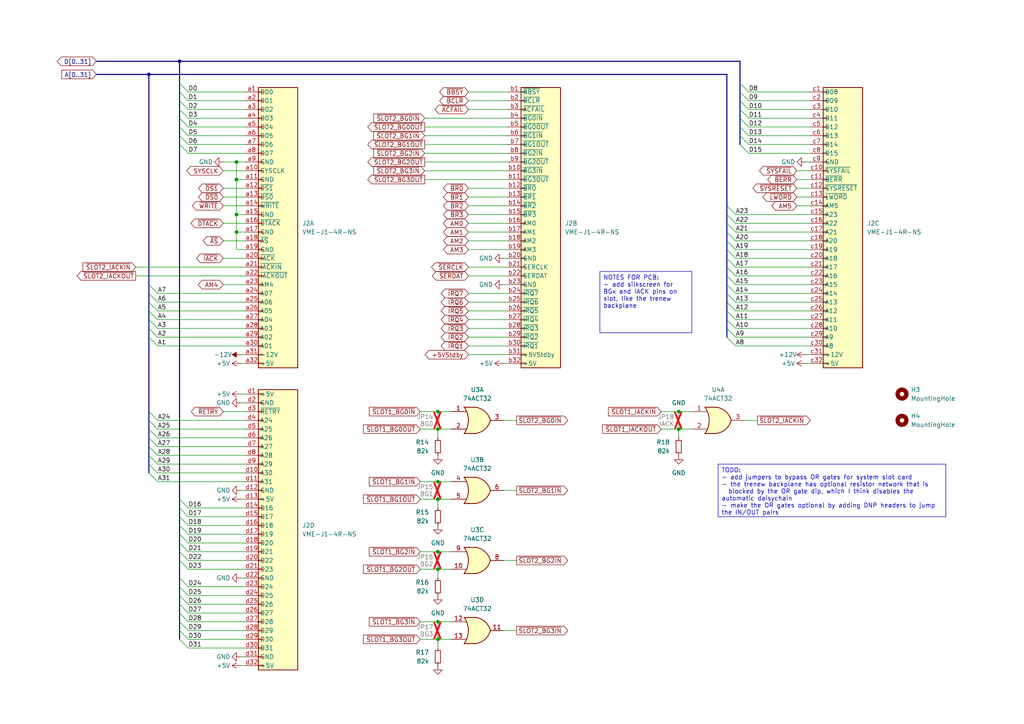
<source format=kicad_sch>
(kicad_sch (version 20231120) (generator "eeschema") (generator_version "8.0")
  (paper "A4")
  (title_block (title "6-Slot Backplane") (rev "1"))
  (lib_symbols
    (symbol "74xx:74LS32" (pin_names (offset 1.016))
      (property "Reference" "U" (at 0 1.27 0))
      (property "Value" "74LS32" (at 0 -1.27 0))
      (symbol "74LS32_1_1"
        (pin input line (at -7.62 2.54 0) (length 4.318) (name "~") (number "1"))
        (pin input line (at -7.62 -2.54 0) (length 4.318) (name "~") (number "2"))
        (pin output line (at 7.62 0 180) (length 3.81) (name "~") (number "3"))
      )
      (symbol "74LS32_1_2"
        (pin input inverted (at -7.62 2.54 0) (length 3.81) (name "~") (number "1"))
        (pin input inverted (at -7.62 -2.54 0) (length 3.81) (name "~") (number "2"))
        (pin output inverted (at 7.62 0 180) (length 3.81) (name "~") (number "3"))
      )
      (symbol "74LS32_2_1"
        (pin input line (at -7.62 2.54 0) (length 4.318) (name "~") (number "4"))
        (pin input line (at -7.62 -2.54 0) (length 4.318) (name "~") (number "5"))
        (pin output line (at 7.62 0 180) (length 3.81) (name "~") (number "6"))
      )
      (symbol "74LS32_2_2"
        (pin input inverted (at -7.62 2.54 0) (length 3.81) (name "~") (number "4"))
        (pin input inverted (at -7.62 -2.54 0) (length 3.81) (name "~") (number "5"))
        (pin output inverted (at 7.62 0 180) (length 3.81) (name "~") (number "6"))
      )
      (symbol "74LS32_3_1"
        (pin input line (at -7.62 -2.54 0) (length 4.318) (name "~") (number "10"))
        (pin output line (at 7.62 0 180) (length 3.81) (name "~") (number "8"))
        (pin input line (at -7.62 2.54 0) (length 4.318) (name "~") (number "9"))
      )
      (symbol "74LS32_3_2"
        (pin input inverted (at -7.62 -2.54 0) (length 3.81) (name "~") (number "10"))
        (pin output inverted (at 7.62 0 180) (length 3.81) (name "~") (number "8"))
        (pin input inverted (at -7.62 2.54 0) (length 3.81) (name "~") (number "9"))
      )
      (symbol "74LS32_4_1"
        (pin output line (at 7.62 0 180) (length 3.81) (name "~") (number "11"))
        (pin input line (at -7.62 2.54 0) (length 4.318) (name "~") (number "12"))
        (pin input line (at -7.62 -2.54 0) (length 4.318) (name "~") (number "13"))
      )
      (symbol "74LS32_4_2"
        (pin output inverted (at 7.62 0 180) (length 3.81) (name "~") (number "11"))
        (pin input inverted (at -7.62 2.54 0) (length 3.81) (name "~") (number "12"))
        (pin input inverted (at -7.62 -2.54 0) (length 3.81) (name "~") (number "13"))
      )
      (symbol "74LS32_5_0"
        (pin power_in line (at 0 12.7 270) (length 5.08) (name "VCC") (number "14"))
        (pin power_in line (at 0 -12.7 90) (length 5.08) (name "GND") (number "7"))
      )
    )
    (symbol "Computie_Connectors:VME64-J1-4R-NS"
      (property "Reference" "U" (at 0 40.64 0))
      (property "Value" "VME-J1-4R-NS" (at 0 40.64 0))
      (symbol "VME64-J1-4R-NS_1_1"
        (pin bidirectional line (at -5.08 38.1 0) (length 3.81) (name "D00") (number "a1"))
        (pin input line (at -5.08 15.24 0) (length 3.81) (name "SYSCLK") (number "a10"))
        (pin power_in line (at -5.08 12.7 0) (length 3.81) (name "GND") (number "a11"))
        (pin bidirectional line (at -5.08 10.16 0) (length 3.81) (name "~{DS1}") (number "a12"))
        (pin bidirectional line (at -5.08 7.62 0) (length 3.81) (name "~{DS0}") (number "a13"))
        (pin bidirectional line (at -5.08 5.08 0) (length 3.81) (name "~{WRITE}") (number "a14"))
        (pin power_in line (at -5.08 2.54 0) (length 3.81) (name "GND") (number "a15"))
        (pin bidirectional line (at -5.08 0 0) (length 3.81) (name "~{DTACK}") (number "a16"))
        (pin power_in line (at -5.08 -2.54 0) (length 3.81) (name "GND") (number "a17"))
        (pin bidirectional line (at -5.08 -5.08 0) (length 3.81) (name "~{AS}") (number "a18"))
        (pin power_in line (at -5.08 -7.62 0) (length 3.81) (name "GND") (number "a19"))
        (pin bidirectional line (at -5.08 35.56 0) (length 3.81) (name "D01") (number "a2"))
        (pin bidirectional line (at -5.08 -10.16 0) (length 3.81) (name "~{IACK}") (number "a20"))
        (pin output line (at -5.08 -12.7 0) (length 3.81) (name "~{IACKIN}") (number "a21"))
        (pin input line (at -5.08 -15.24 0) (length 3.81) (name "~{IACKOUT}") (number "a22"))
        (pin bidirectional line (at -5.08 -17.78 0) (length 3.81) (name "AM4") (number "a23"))
        (pin bidirectional line (at -5.08 -20.32 0) (length 3.81) (name "A07") (number "a24"))
        (pin bidirectional line (at -5.08 -22.86 0) (length 3.81) (name "A06") (number "a25"))
        (pin bidirectional line (at -5.08 -25.4 0) (length 3.81) (name "A05") (number "a26"))
        (pin bidirectional line (at -5.08 -27.94 0) (length 3.81) (name "A04") (number "a27"))
        (pin bidirectional line (at -5.08 -30.48 0) (length 3.81) (name "A03") (number "a28"))
        (pin bidirectional line (at -5.08 -33.02 0) (length 3.81) (name "A02") (number "a29"))
        (pin bidirectional line (at -5.08 33.02 0) (length 3.81) (name "D02") (number "a3"))
        (pin bidirectional line (at -5.08 -35.56 0) (length 3.81) (name "A01") (number "a30"))
        (pin power_in line (at -5.08 -38.1 0) (length 3.81) (name "-12V") (number "a31"))
        (pin power_in line (at -5.08 -40.64 0) (length 3.81) (name "+5V") (number "a32"))
        (pin bidirectional line (at -5.08 30.48 0) (length 3.81) (name "D03") (number "a4"))
        (pin bidirectional line (at -5.08 27.94 0) (length 3.81) (name "D04") (number "a5"))
        (pin bidirectional line (at -5.08 25.4 0) (length 3.81) (name "D05") (number "a6"))
        (pin bidirectional line (at -5.08 22.86 0) (length 3.81) (name "D06") (number "a7"))
        (pin bidirectional line (at -5.08 20.32 0) (length 3.81) (name "D07") (number "a8"))
        (pin power_in line (at -5.08 17.78 0) (length 3.81) (name "GND") (number "a9"))
      )
      (symbol "VME64-J1-4R-NS_2_1"
        (pin bidirectional line (at -5.08 38.1 0) (length 3.81) (name "~{BBSY}") (number "b1"))
        (pin output line (at -5.08 15.24 0) (length 3.81) (name "~{BG3IN}") (number "b10"))
        (pin input line (at -5.08 12.7 0) (length 3.81) (name "~{BG3OUT}") (number "b11"))
        (pin bidirectional line (at -5.08 10.16 0) (length 3.81) (name "~{BR0}") (number "b12"))
        (pin bidirectional line (at -5.08 7.62 0) (length 3.81) (name "~{BR1}") (number "b13"))
        (pin bidirectional line (at -5.08 5.08 0) (length 3.81) (name "~{BR2}") (number "b14"))
        (pin bidirectional line (at -5.08 2.54 0) (length 3.81) (name "~{BR3}") (number "b15"))
        (pin bidirectional line (at -5.08 0 0) (length 3.81) (name "AM0") (number "b16"))
        (pin bidirectional line (at -5.08 -2.54 0) (length 3.81) (name "AM1") (number "b17"))
        (pin bidirectional line (at -5.08 -5.08 0) (length 3.81) (name "AM2") (number "b18"))
        (pin bidirectional line (at -5.08 -7.62 0) (length 3.81) (name "AM3") (number "b19"))
        (pin bidirectional line (at -5.08 35.56 0) (length 3.81) (name "~{BCLR}") (number "b2"))
        (pin power_in line (at -5.08 -10.16 0) (length 3.81) (name "GND") (number "b20"))
        (pin bidirectional line (at -5.08 -12.7 0) (length 3.81) (name "SERCLK") (number "b21"))
        (pin bidirectional line (at -5.08 -15.24 0) (length 3.81) (name "SERDAT") (number "b22"))
        (pin power_in line (at -5.08 -17.78 0) (length 3.81) (name "GND") (number "b23"))
        (pin bidirectional line (at -5.08 -20.32 0) (length 3.81) (name "~{IRQ7}") (number "b24"))
        (pin bidirectional line (at -5.08 -22.86 0) (length 3.81) (name "~{IRQ6}") (number "b25"))
        (pin bidirectional line (at -5.08 -25.4 0) (length 3.81) (name "~{IRQ5}") (number "b26"))
        (pin bidirectional line (at -5.08 -27.94 0) (length 3.81) (name "~{IRQ4}") (number "b27"))
        (pin bidirectional line (at -5.08 -30.48 0) (length 3.81) (name "~{IRQ3}") (number "b28"))
        (pin bidirectional line (at -5.08 -33.02 0) (length 3.81) (name "~{IRQ2}") (number "b29"))
        (pin input line (at -5.08 33.02 0) (length 3.81) (name "~{ACFAIL}") (number "b3"))
        (pin bidirectional line (at -5.08 -35.56 0) (length 3.81) (name "~{IRQ1}") (number "b30"))
        (pin power_in line (at -5.08 -38.1 0) (length 3.81) (name "+5VStdby") (number "b31"))
        (pin power_in line (at -5.08 -40.64 0) (length 3.81) (name "+5V") (number "b32"))
        (pin output line (at -5.08 30.48 0) (length 3.81) (name "~{BG0IN}") (number "b4"))
        (pin input line (at -5.08 27.94 0) (length 3.81) (name "~{BG0OUT}") (number "b5"))
        (pin output line (at -5.08 25.4 0) (length 3.81) (name "~{BG1IN}") (number "b6"))
        (pin input line (at -5.08 22.86 0) (length 3.81) (name "~{BG1OUT}") (number "b7"))
        (pin output line (at -5.08 20.32 0) (length 3.81) (name "~{BG2IN}") (number "b8"))
        (pin input line (at -5.08 17.78 0) (length 3.81) (name "~{BG2OUT}") (number "b9"))
      )
      (symbol "VME64-J1-4R-NS_3_1"
        (pin bidirectional line (at -5.08 38.1 0) (length 3.81) (name "D08") (number "c1"))
        (pin bidirectional line (at -5.08 15.24 0) (length 3.81) (name "~{SYSFAIL}") (number "c10"))
        (pin bidirectional line (at -5.08 12.7 0) (length 3.81) (name "~{BERR}") (number "c11"))
        (pin bidirectional line (at -5.08 10.16 0) (length 3.81) (name "~{SYSRESET}") (number "c12"))
        (pin bidirectional line (at -5.08 7.62 0) (length 3.81) (name "~{LWORD}") (number "c13"))
        (pin bidirectional line (at -5.08 5.08 0) (length 3.81) (name "AM5") (number "c14"))
        (pin bidirectional line (at -5.08 2.54 0) (length 3.81) (name "A23") (number "c15"))
        (pin bidirectional line (at -5.08 0 0) (length 3.81) (name "A22") (number "c16"))
        (pin bidirectional line (at -5.08 -2.54 0) (length 3.81) (name "A21") (number "c17"))
        (pin bidirectional line (at -5.08 -5.08 0) (length 3.81) (name "A20") (number "c18"))
        (pin bidirectional line (at -5.08 -7.62 0) (length 3.81) (name "A19") (number "c19"))
        (pin bidirectional line (at -5.08 35.56 0) (length 3.81) (name "D09") (number "c2"))
        (pin bidirectional line (at -5.08 -10.16 0) (length 3.81) (name "A18") (number "c20"))
        (pin bidirectional line (at -5.08 -12.7 0) (length 3.81) (name "A17") (number "c21"))
        (pin bidirectional line (at -5.08 -15.24 0) (length 3.81) (name "A16") (number "c22"))
        (pin bidirectional line (at -5.08 -17.78 0) (length 3.81) (name "A15") (number "c23"))
        (pin bidirectional line (at -5.08 -20.32 0) (length 3.81) (name "A14") (number "c24"))
        (pin bidirectional line (at -5.08 -22.86 0) (length 3.81) (name "A13") (number "c25"))
        (pin bidirectional line (at -5.08 -25.4 0) (length 3.81) (name "A12") (number "c26"))
        (pin bidirectional line (at -5.08 -27.94 0) (length 3.81) (name "A11") (number "c27"))
        (pin bidirectional line (at -5.08 -30.48 0) (length 3.81) (name "A10") (number "c28"))
        (pin bidirectional line (at -5.08 -33.02 0) (length 3.81) (name "A9") (number "c29"))
        (pin bidirectional line (at -5.08 33.02 0) (length 3.81) (name "D10") (number "c3"))
        (pin bidirectional line (at -5.08 -35.56 0) (length 3.81) (name "A8") (number "c30"))
        (pin power_in line (at -5.08 -38.1 0) (length 3.81) (name "+12V") (number "c31"))
        (pin power_in line (at -5.08 -40.64 0) (length 3.81) (name "+5V") (number "c32"))
        (pin bidirectional line (at -5.08 30.48 0) (length 3.81) (name "D11") (number "c4"))
        (pin bidirectional line (at -5.08 27.94 0) (length 3.81) (name "D12") (number "c5"))
        (pin bidirectional line (at -5.08 25.4 0) (length 3.81) (name "D13") (number "c6"))
        (pin bidirectional line (at -5.08 22.86 0) (length 3.81) (name "D14") (number "c7"))
        (pin bidirectional line (at -5.08 20.32 0) (length 3.81) (name "D15") (number "c8"))
        (pin power_in line (at -5.08 17.78 0) (length 3.81) (name "GND") (number "c9"))
      )
      (symbol "VME64-J1-4R-NS_4_1"
        (pin power_in line (at -5.08 38.1 0) (length 3.81) (name "+5V") (number "d1"))
        (pin bidirectional line (at -5.08 15.24 0) (length 3.81) (name "A30") (number "d10"))
        (pin bidirectional line (at -5.08 12.7 0) (length 3.81) (name "A31") (number "d11"))
        (pin power_in line (at -5.08 10.16 0) (length 3.81) (name "GND") (number "d12"))
        (pin power_in line (at -5.08 7.62 0) (length 3.81) (name "+5V") (number "d13"))
        (pin bidirectional line (at -5.08 5.08 0) (length 3.81) (name "D16") (number "d14"))
        (pin bidirectional line (at -5.08 2.54 0) (length 3.81) (name "D17") (number "d15"))
        (pin bidirectional line (at -5.08 0 0) (length 3.81) (name "D18") (number "d16"))
        (pin bidirectional line (at -5.08 -2.54 0) (length 3.81) (name "D19") (number "d17"))
        (pin bidirectional line (at -5.08 -5.08 0) (length 3.81) (name "D20") (number "d18"))
        (pin bidirectional line (at -5.08 -7.62 0) (length 3.81) (name "D21") (number "d19"))
        (pin power_in line (at -5.08 35.56 0) (length 3.81) (name "GND") (number "d2"))
        (pin bidirectional line (at -5.08 -10.16 0) (length 3.81) (name "D22") (number "d20"))
        (pin bidirectional line (at -5.08 -12.7 0) (length 3.81) (name "D23") (number "d21"))
        (pin power_in line (at -5.08 -15.24 0) (length 3.81) (name "GND") (number "d22"))
        (pin bidirectional line (at -5.08 -17.78 0) (length 3.81) (name "D24") (number "d23"))
        (pin bidirectional line (at -5.08 -20.32 0) (length 3.81) (name "D25") (number "d24"))
        (pin bidirectional line (at -5.08 -22.86 0) (length 3.81) (name "D26") (number "d25"))
        (pin bidirectional line (at -5.08 -25.4 0) (length 3.81) (name "D27") (number "d26"))
        (pin bidirectional line (at -5.08 -27.94 0) (length 3.81) (name "D28") (number "d27"))
        (pin bidirectional line (at -5.08 -30.48 0) (length 3.81) (name "D29") (number "d28"))
        (pin bidirectional line (at -5.08 -33.02 0) (length 3.81) (name "D30") (number "d29"))
        (pin bidirectional line (at -5.08 33.02 0) (length 3.81) (name "~{RETRY}") (number "d3"))
        (pin bidirectional line (at -5.08 -35.56 0) (length 3.81) (name "D31") (number "d30"))
        (pin power_in line (at -5.08 -38.1 0) (length 3.81) (name "GND") (number "d31"))
        (pin power_in line (at -5.08 -40.64 0) (length 3.81) (name "+5V") (number "d32"))
        (pin bidirectional line (at -5.08 30.48 0) (length 3.81) (name "A24") (number "d4"))
        (pin bidirectional line (at -5.08 27.94 0) (length 3.81) (name "A25") (number "d5"))
        (pin bidirectional line (at -5.08 25.4 0) (length 3.81) (name "A26") (number "d6"))
        (pin bidirectional line (at -5.08 22.86 0) (length 3.81) (name "A27") (number "d7"))
        (pin bidirectional line (at -5.08 20.32 0) (length 3.81) (name "A28") (number "d8"))
        (pin bidirectional line (at -5.08 17.78 0) (length 3.81) (name "A29") (number "d9"))
      )
    )
    (symbol "Device:R_Small" (pin_numbers hide) (pin_names (offset 0.254) hide)
      (property "Reference" "R" (at 0.762 0.508 0))
      (property "Value" "R_Small" (at 0.762 -1.016 0))
      (symbol "R_Small_1_1"
        (pin passive line (at 0 2.54 270) (length 0.762) (name "~") (number "1"))
        (pin passive line (at 0 -2.54 90) (length 0.762) (name "~") (number "2"))
      )
    )
    (symbol "Jumper:Jumper_2_Small_Bridged" (pin_numbers hide) (pin_names (offset 0) hide) (exclude_from_sim yes)
      (property "Reference" "JP" (at 0 2.032 0))
      (property "Value" "Jumper_2_Small_Bridged" (at 0 -2.286 0))
      (symbol "Jumper_2_Small_Bridged_1_1"
        (pin passive line (at -2.54 0 0) (length 1.27) (name "A") (number "1"))
        (pin passive line (at 2.54 0 180) (length 1.27) (name "B") (number "2"))
      )
    )
    (symbol "Mechanical:MountingHole" (pin_names (offset 1.016))
      (property "Reference" "H" (at 0 5.08 0))
      (property "Value" "MountingHole" (at 0 3.175 0))
    )
    (symbol "power:+12V" (power) (pin_numbers hide) (pin_names (offset 0) hide)
      (property "Value" "+12V" (at 0 3.556 0))
      (symbol "+12V_1_1"
        (pin power_in line (at 0 0 90) (length 0) (name "~") (number "1"))
      )
    )
    (symbol "power:+5V" (power) (pin_numbers hide) (pin_names (offset 0) hide)
      (property "Value" "+5V" (at 0 3.556 0))
      (symbol "+5V_1_1"
        (pin power_in line (at 0 0 90) (length 0) (name "~") (number "1"))
      )
    )
    (symbol "power:-12V" (power) (pin_numbers hide) (pin_names (offset 0) hide)
      (property "Value" "-12V" (at 0 3.556 0))
      (symbol "-12V_0_0"
        (pin power_in line (at 0 0 90) (length 0) (name "~") (number "1"))
      )
    )
    (symbol "power:GND" (power) (pin_names (offset 0))
      (property "Value" "GND" (at 0 -3.81 0))
      (symbol "GND_1_1"
        (pin power_in line (at 0 0 270) (length 0) hide (name "GND") (number "1"))
      )
    )
  )
  (junction (at 127 124.46))
  (junction (at 68.58 62.23))
  (junction (at 196.85 119.38))
  (junction (at 127 139.7))
  (junction (at 127 119.38))
  (junction (at 43.18 21.59))
  (junction (at 68.58 46.99))
  (junction (at 127 180.34))
  (junction (at 127 144.78))
  (junction (at 68.58 52.07))
  (junction (at 127 185.42))
  (junction (at 68.58 67.31))
  (junction (at 196.85 124.46))
  (junction (at 127 165.1))
  (junction (at 127 160.02))
  (junction (at 52.07 17.78))
  (bus_entry (at 54.61 185.42) (size -2.54 -2.54))
  (bus_entry (at 54.61 36.83) (size -2.54 -2.54))
  (bus_entry (at 54.61 187.96) (size -2.54 -2.54))
  (bus_entry (at 213.36 95.25) (size -2.54 -2.54))
  (bus_entry (at 54.61 157.48) (size -2.54 -2.54))
  (bus_entry (at 54.61 149.86) (size -2.54 -2.54))
  (bus_entry (at 45.72 139.7) (size -2.54 -2.54))
  (bus_entry (at 45.72 132.08) (size -2.54 -2.54))
  (bus_entry (at 213.36 90.17) (size -2.54 -2.54))
  (bus_entry (at 213.36 72.39) (size -2.54 -2.54))
  (bus_entry (at 213.36 92.71) (size -2.54 -2.54))
  (bus_entry (at 45.72 137.16) (size -2.54 -2.54))
  (bus_entry (at 45.72 100.33) (size -2.54 -2.54))
  (bus_entry (at 217.17 29.21) (size -2.54 -2.54))
  (bus_entry (at 54.61 180.34) (size -2.54 -2.54))
  (bus_entry (at 54.61 147.32) (size -2.54 -2.54))
  (bus_entry (at 45.72 85.09) (size -2.54 -2.54))
  (bus_entry (at 213.36 69.85) (size -2.54 -2.54))
  (bus_entry (at 213.36 80.01) (size -2.54 -2.54))
  (bus_entry (at 213.36 74.93) (size -2.54 -2.54))
  (bus_entry (at 54.61 172.72) (size -2.54 -2.54))
  (bus_entry (at 54.61 26.67) (size -2.54 -2.54))
  (bus_entry (at 213.36 62.23) (size -2.54 -2.54))
  (bus_entry (at 54.61 41.91) (size -2.54 -2.54))
  (bus_entry (at 45.72 87.63) (size -2.54 -2.54))
  (bus_entry (at 54.61 39.37) (size -2.54 -2.54))
  (bus_entry (at 217.17 39.37) (size -2.54 -2.54))
  (bus_entry (at 45.72 97.79) (size -2.54 -2.54))
  (bus_entry (at 217.17 44.45) (size -2.54 -2.54))
  (bus_entry (at 45.72 134.62) (size -2.54 -2.54))
  (bus_entry (at 54.61 31.75) (size -2.54 -2.54))
  (bus_entry (at 213.36 82.55) (size -2.54 -2.54))
  (bus_entry (at 45.72 95.25) (size -2.54 -2.54))
  (bus_entry (at 45.72 92.71) (size -2.54 -2.54))
  (bus_entry (at 213.36 100.33) (size -2.54 -2.54))
  (bus_entry (at 217.17 31.75) (size -2.54 -2.54))
  (bus_entry (at 54.61 160.02) (size -2.54 -2.54))
  (bus_entry (at 54.61 165.1) (size -2.54 -2.54))
  (bus_entry (at 54.61 44.45) (size -2.54 -2.54))
  (bus_entry (at 54.61 154.94) (size -2.54 -2.54))
  (bus_entry (at 54.61 182.88) (size -2.54 -2.54))
  (bus_entry (at 54.61 175.26) (size -2.54 -2.54))
  (bus_entry (at 213.36 87.63) (size -2.54 -2.54))
  (bus_entry (at 217.17 36.83) (size -2.54 -2.54))
  (bus_entry (at 213.36 67.31) (size -2.54 -2.54))
  (bus_entry (at 54.61 177.8) (size -2.54 -2.54))
  (bus_entry (at 213.36 77.47) (size -2.54 -2.54))
  (bus_entry (at 54.61 34.29) (size -2.54 -2.54))
  (bus_entry (at 217.17 26.67) (size -2.54 -2.54))
  (bus_entry (at 45.72 127) (size -2.54 -2.54))
  (bus_entry (at 217.17 34.29) (size -2.54 -2.54))
  (bus_entry (at 45.72 129.54) (size -2.54 -2.54))
  (bus_entry (at 54.61 152.4) (size -2.54 -2.54))
  (bus_entry (at 217.17 41.91) (size -2.54 -2.54))
  (bus_entry (at 54.61 170.18) (size -2.54 -2.54))
  (bus_entry (at 54.61 29.21) (size -2.54 -2.54))
  (bus_entry (at 213.36 64.77) (size -2.54 -2.54))
  (bus_entry (at 213.36 85.09) (size -2.54 -2.54))
  (bus_entry (at 54.61 162.56) (size -2.54 -2.54))
  (bus_entry (at 45.72 90.17) (size -2.54 -2.54))
  (bus_entry (at 45.72 124.46) (size -2.54 -2.54))
  (bus_entry (at 213.36 97.79) (size -2.54 -2.54))
  (bus_entry (at 45.72 121.92) (size -2.54 -2.54))
  (wire (pts (xy 64.77 54.61) (xy 71.12 54.61)))
  (wire (pts (xy 123.19 34.29) (xy 147.32 34.29)))
  (bus (pts (xy 210.82 82.55) (xy 210.82 85.09)))
  (bus (pts (xy 43.18 92.71) (xy 43.18 90.17)))
  (bus (pts (xy 52.07 34.29) (xy 52.07 36.83)))
  (wire (pts (xy 127 185.42) (xy 127 187.96)))
  (wire (pts (xy 217.17 26.67) (xy 234.95 26.67)))
  (wire (pts (xy 231.14 54.61) (xy 234.95 54.61)))
  (wire (pts (xy 54.61 160.02) (xy 71.12 160.02)))
  (bus (pts (xy 210.82 59.69) (xy 210.82 62.23)))
  (wire (pts (xy 213.36 69.85) (xy 234.95 69.85)))
  (bus (pts (xy 52.07 175.26) (xy 52.07 177.8)))
  (wire (pts (xy 213.36 87.63) (xy 234.95 87.63)))
  (wire (pts (xy 135.89 69.85) (xy 147.32 69.85)))
  (bus (pts (xy 52.07 172.72) (xy 52.07 175.26)))
  (bus (pts (xy 210.82 64.77) (xy 210.82 67.31)))
  (wire (pts (xy 71.12 67.31) (xy 68.58 67.31)))
  (bus (pts (xy 214.63 34.29) (xy 214.63 36.83)))
  (wire (pts (xy 121.92 180.34) (xy 127 180.34)))
  (wire (pts (xy 45.72 139.7) (xy 71.12 139.7)))
  (bus (pts (xy 52.07 31.75) (xy 52.07 34.29)))
  (wire (pts (xy 54.61 187.96) (xy 71.12 187.96)))
  (wire (pts (xy 64.77 119.38) (xy 71.12 119.38)))
  (wire (pts (xy 213.36 77.47) (xy 234.95 77.47)))
  (bus (pts (xy 52.07 149.86) (xy 52.07 152.4)))
  (wire (pts (xy 69.85 102.87) (xy 71.12 102.87)))
  (wire (pts (xy 54.61 39.37) (xy 71.12 39.37)))
  (wire (pts (xy 123.19 46.99) (xy 147.32 46.99)))
  (wire (pts (xy 127 139.7) (xy 130.81 139.7)))
  (wire (pts (xy 64.77 69.85) (xy 71.12 69.85)))
  (wire (pts (xy 146.05 162.56) (xy 149.86 162.56)))
  (wire (pts (xy 135.89 90.17) (xy 147.32 90.17)))
  (wire (pts (xy 54.61 182.88) (xy 71.12 182.88)))
  (wire (pts (xy 64.77 57.15) (xy 71.12 57.15)))
  (wire (pts (xy 45.72 124.46) (xy 71.12 124.46)))
  (bus (pts (xy 210.82 95.25) (xy 210.82 97.79)))
  (wire (pts (xy 69.85 193.04) (xy 71.12 193.04)))
  (wire (pts (xy 45.72 137.16) (xy 71.12 137.16)))
  (wire (pts (xy 146.05 82.55) (xy 147.32 82.55)))
  (wire (pts (xy 45.72 129.54) (xy 71.12 129.54)))
  (wire (pts (xy 135.89 31.75) (xy 147.32 31.75)))
  (bus (pts (xy 214.63 39.37) (xy 214.63 41.91)))
  (wire (pts (xy 135.89 26.67) (xy 147.32 26.67)))
  (wire (pts (xy 217.17 34.29) (xy 234.95 34.29)))
  (bus (pts (xy 214.63 29.21) (xy 214.63 31.75)))
  (wire (pts (xy 213.36 100.33) (xy 234.95 100.33)))
  (wire (pts (xy 231.14 52.07) (xy 234.95 52.07)))
  (bus (pts (xy 43.18 85.09) (xy 43.18 87.63)))
  (bus (pts (xy 214.63 17.78) (xy 214.63 24.13)))
  (wire (pts (xy 45.72 97.79) (xy 71.12 97.79)))
  (bus (pts (xy 52.07 170.18) (xy 52.07 172.72)))
  (bus (pts (xy 52.07 36.83) (xy 52.07 39.37)))
  (wire (pts (xy 64.77 82.55) (xy 71.12 82.55)))
  (wire (pts (xy 127 144.78) (xy 127 147.32)))
  (wire (pts (xy 71.12 190.5) (xy 69.85 190.5)))
  (wire (pts (xy 127 180.34) (xy 130.81 180.34)))
  (bus (pts (xy 43.18 95.25) (xy 43.18 92.71)))
  (wire (pts (xy 231.14 49.53) (xy 234.95 49.53)))
  (bus (pts (xy 52.07 147.32) (xy 52.07 149.86)))
  (wire (pts (xy 39.37 77.47) (xy 71.12 77.47)))
  (bus (pts (xy 52.07 39.37) (xy 52.07 41.91)))
  (wire (pts (xy 215.9 121.92) (xy 219.71 121.92)))
  (bus (pts (xy 210.82 21.59) (xy 210.82 59.69)))
  (wire (pts (xy 45.72 95.25) (xy 71.12 95.25)))
  (wire (pts (xy 71.12 116.84) (xy 69.85 116.84)))
  (wire (pts (xy 69.85 114.3) (xy 71.12 114.3)))
  (bus (pts (xy 210.82 62.23) (xy 210.82 64.77)))
  (wire (pts (xy 217.17 39.37) (xy 234.95 39.37)))
  (bus (pts (xy 214.63 24.13) (xy 214.63 26.67)))
  (bus (pts (xy 214.63 31.75) (xy 214.63 34.29)))
  (wire (pts (xy 68.58 46.99) (xy 68.58 52.07)))
  (wire (pts (xy 69.85 142.24) (xy 71.12 142.24)))
  (bus (pts (xy 52.07 180.34) (xy 52.07 182.88)))
  (bus (pts (xy 52.07 177.8) (xy 52.07 180.34)))
  (wire (pts (xy 233.68 105.41) (xy 234.95 105.41)))
  (bus (pts (xy 52.07 182.88) (xy 52.07 185.42)))
  (wire (pts (xy 146.05 182.88) (xy 149.86 182.88)))
  (wire (pts (xy 135.89 97.79) (xy 147.32 97.79)))
  (wire (pts (xy 68.58 52.07) (xy 68.58 62.23)))
  (wire (pts (xy 135.89 57.15) (xy 147.32 57.15)))
  (wire (pts (xy 135.89 54.61) (xy 147.32 54.61)))
  (wire (pts (xy 69.85 167.64) (xy 71.12 167.64)))
  (wire (pts (xy 213.36 74.93) (xy 234.95 74.93)))
  (wire (pts (xy 54.61 147.32) (xy 71.12 147.32)))
  (wire (pts (xy 121.92 160.02) (xy 127 160.02)))
  (wire (pts (xy 54.61 31.75) (xy 71.12 31.75)))
  (bus (pts (xy 43.18 134.62) (xy 43.18 137.16)))
  (wire (pts (xy 54.61 44.45) (xy 71.12 44.45)))
  (wire (pts (xy 71.12 52.07) (xy 68.58 52.07)))
  (wire (pts (xy 54.61 172.72) (xy 71.12 172.72)))
  (wire (pts (xy 135.89 102.87) (xy 147.32 102.87)))
  (wire (pts (xy 135.89 95.25) (xy 147.32 95.25)))
  (wire (pts (xy 121.92 165.1) (xy 127 165.1)))
  (wire (pts (xy 217.17 29.21) (xy 234.95 29.21)))
  (bus (pts (xy 52.07 144.78) (xy 52.07 147.32)))
  (wire (pts (xy 217.17 31.75) (xy 234.95 31.75)))
  (bus (pts (xy 52.07 162.56) (xy 52.07 167.64)))
  (bus (pts (xy 27.94 21.59) (xy 43.18 21.59)))
  (wire (pts (xy 45.72 132.08) (xy 71.12 132.08)))
  (bus (pts (xy 210.82 67.31) (xy 210.82 69.85)))
  (wire (pts (xy 45.72 87.63) (xy 71.12 87.63)))
  (wire (pts (xy 213.36 72.39) (xy 234.95 72.39)))
  (wire (pts (xy 127 124.46) (xy 130.81 124.46)))
  (wire (pts (xy 64.77 59.69) (xy 71.12 59.69)))
  (bus (pts (xy 210.82 92.71) (xy 210.82 95.25)))
  (wire (pts (xy 123.19 39.37) (xy 147.32 39.37)))
  (wire (pts (xy 127 160.02) (xy 130.81 160.02)))
  (wire (pts (xy 123.19 41.91) (xy 147.32 41.91)))
  (wire (pts (xy 146.05 105.41) (xy 147.32 105.41)))
  (wire (pts (xy 45.72 121.92) (xy 71.12 121.92)))
  (wire (pts (xy 45.72 100.33) (xy 71.12 100.33)))
  (wire (pts (xy 213.36 85.09) (xy 234.95 85.09)))
  (bus (pts (xy 43.18 82.55) (xy 43.18 85.09)))
  (wire (pts (xy 45.72 85.09) (xy 71.12 85.09)))
  (wire (pts (xy 191.77 124.46) (xy 196.85 124.46)))
  (wire (pts (xy 213.36 62.23) (xy 234.95 62.23)))
  (bus (pts (xy 43.18 127) (xy 43.18 129.54)))
  (bus (pts (xy 214.63 36.83) (xy 214.63 39.37)))
  (wire (pts (xy 54.61 154.94) (xy 71.12 154.94)))
  (wire (pts (xy 231.14 59.69) (xy 234.95 59.69)))
  (wire (pts (xy 54.61 152.4) (xy 71.12 152.4)))
  (bus (pts (xy 43.18 97.79) (xy 43.18 119.38)))
  (wire (pts (xy 121.92 139.7) (xy 127 139.7)))
  (wire (pts (xy 135.89 72.39) (xy 147.32 72.39)))
  (bus (pts (xy 210.82 90.17) (xy 210.82 92.71)))
  (bus (pts (xy 52.07 17.78) (xy 214.63 17.78)))
  (bus (pts (xy 43.18 90.17) (xy 43.18 87.63)))
  (wire (pts (xy 196.85 124.46) (xy 200.66 124.46)))
  (bus (pts (xy 52.07 160.02) (xy 52.07 162.56)))
  (wire (pts (xy 127 165.1) (xy 127 167.64)))
  (bus (pts (xy 43.18 97.79) (xy 43.18 95.25)))
  (wire (pts (xy 54.61 34.29) (xy 71.12 34.29)))
  (bus (pts (xy 43.18 21.59) (xy 210.82 21.59)))
  (wire (pts (xy 64.77 46.99) (xy 68.58 46.99)))
  (wire (pts (xy 45.72 127) (xy 71.12 127)))
  (wire (pts (xy 64.77 49.53) (xy 71.12 49.53)))
  (wire (pts (xy 54.61 162.56) (xy 71.12 162.56)))
  (wire (pts (xy 213.36 64.77) (xy 234.95 64.77)))
  (bus (pts (xy 43.18 121.92) (xy 43.18 124.46)))
  (bus (pts (xy 52.07 29.21) (xy 52.07 31.75)))
  (wire (pts (xy 123.19 44.45) (xy 147.32 44.45)))
  (bus (pts (xy 210.82 72.39) (xy 210.82 74.93)))
  (wire (pts (xy 54.61 177.8) (xy 71.12 177.8)))
  (bus (pts (xy 27.94 17.78) (xy 52.07 17.78)))
  (wire (pts (xy 135.89 29.21) (xy 147.32 29.21)))
  (wire (pts (xy 213.36 92.71) (xy 234.95 92.71)))
  (wire (pts (xy 123.19 49.53) (xy 147.32 49.53)))
  (bus (pts (xy 210.82 69.85) (xy 210.82 72.39)))
  (wire (pts (xy 54.61 165.1) (xy 71.12 165.1)))
  (wire (pts (xy 213.36 97.79) (xy 234.95 97.79)))
  (wire (pts (xy 127 124.46) (xy 127 127)))
  (bus (pts (xy 210.82 74.93) (xy 210.82 77.47)))
  (wire (pts (xy 217.17 44.45) (xy 234.95 44.45)))
  (wire (pts (xy 54.61 175.26) (xy 71.12 175.26)))
  (wire (pts (xy 68.58 62.23) (xy 71.12 62.23)))
  (bus (pts (xy 210.82 80.01) (xy 210.82 82.55)))
  (wire (pts (xy 146.05 121.92) (xy 149.86 121.92)))
  (wire (pts (xy 213.36 67.31) (xy 234.95 67.31)))
  (wire (pts (xy 54.61 170.18) (xy 71.12 170.18)))
  (wire (pts (xy 135.89 67.31) (xy 147.32 67.31)))
  (bus (pts (xy 214.63 26.67) (xy 214.63 29.21)))
  (wire (pts (xy 54.61 180.34) (xy 71.12 180.34)))
  (wire (pts (xy 54.61 36.83) (xy 71.12 36.83)))
  (wire (pts (xy 64.77 64.77) (xy 71.12 64.77)))
  (wire (pts (xy 123.19 36.83) (xy 147.32 36.83)))
  (wire (pts (xy 123.19 52.07) (xy 147.32 52.07)))
  (wire (pts (xy 54.61 149.86) (xy 71.12 149.86)))
  (bus (pts (xy 43.18 21.59) (xy 43.18 82.55)))
  (wire (pts (xy 196.85 119.38) (xy 200.66 119.38)))
  (wire (pts (xy 135.89 100.33) (xy 147.32 100.33)))
  (wire (pts (xy 121.92 124.46) (xy 127 124.46)))
  (wire (pts (xy 121.92 144.78) (xy 127 144.78)))
  (wire (pts (xy 54.61 185.42) (xy 71.12 185.42)))
  (wire (pts (xy 217.17 36.83) (xy 234.95 36.83)))
  (wire (pts (xy 127 165.1) (xy 130.81 165.1)))
  (wire (pts (xy 135.89 87.63) (xy 147.32 87.63)))
  (bus (pts (xy 210.82 85.09) (xy 210.82 87.63)))
  (wire (pts (xy 127 185.42) (xy 130.81 185.42)))
  (bus (pts (xy 52.07 26.67) (xy 52.07 29.21)))
  (wire (pts (xy 127 144.78) (xy 130.81 144.78)))
  (wire (pts (xy 234.95 46.99) (xy 233.68 46.99)))
  (wire (pts (xy 233.68 102.87) (xy 234.95 102.87)))
  (wire (pts (xy 39.37 80.01) (xy 71.12 80.01)))
  (wire (pts (xy 54.61 41.91) (xy 71.12 41.91)))
  (wire (pts (xy 196.85 124.46) (xy 196.85 127)))
  (wire (pts (xy 54.61 29.21) (xy 71.12 29.21)))
  (wire (pts (xy 45.72 90.17) (xy 71.12 90.17)))
  (wire (pts (xy 121.92 119.38) (xy 127 119.38)))
  (bus (pts (xy 52.07 24.13) (xy 52.07 26.67)))
  (wire (pts (xy 135.89 77.47) (xy 147.32 77.47)))
  (bus (pts (xy 52.07 154.94) (xy 52.07 157.48)))
  (wire (pts (xy 121.92 185.42) (xy 127 185.42)))
  (wire (pts (xy 45.72 92.71) (xy 71.12 92.71)))
  (wire (pts (xy 213.36 95.25) (xy 234.95 95.25)))
  (wire (pts (xy 135.89 85.09) (xy 147.32 85.09)))
  (wire (pts (xy 191.77 119.38) (xy 196.85 119.38)))
  (wire (pts (xy 54.61 157.48) (xy 71.12 157.48)))
  (bus (pts (xy 210.82 77.47) (xy 210.82 80.01)))
  (wire (pts (xy 135.89 64.77) (xy 147.32 64.77)))
  (wire (pts (xy 69.85 105.41) (xy 71.12 105.41)))
  (wire (pts (xy 71.12 46.99) (xy 68.58 46.99)))
  (wire (pts (xy 54.61 26.67) (xy 71.12 26.67)))
  (wire (pts (xy 68.58 72.39) (xy 71.12 72.39)))
  (bus (pts (xy 52.07 157.48) (xy 52.07 160.02)))
  (wire (pts (xy 135.89 80.01) (xy 147.32 80.01)))
  (wire (pts (xy 45.72 134.62) (xy 71.12 134.62)))
  (wire (pts (xy 213.36 82.55) (xy 234.95 82.55)))
  (bus (pts (xy 43.18 124.46) (xy 43.18 127)))
  (wire (pts (xy 146.05 142.24) (xy 149.86 142.24)))
  (bus (pts (xy 43.18 119.38) (xy 43.18 121.92)))
  (wire (pts (xy 68.58 67.31) (xy 68.58 72.39)))
  (wire (pts (xy 135.89 59.69) (xy 147.32 59.69)))
  (wire (pts (xy 68.58 62.23) (xy 68.58 67.31)))
  (wire (pts (xy 135.89 62.23) (xy 147.32 62.23)))
  (wire (pts (xy 213.36 90.17) (xy 234.95 90.17)))
  (bus (pts (xy 52.07 167.64) (xy 52.07 170.18)))
  (bus (pts (xy 43.18 132.08) (xy 43.18 134.62)))
  (wire (pts (xy 127 119.38) (xy 130.81 119.38)))
  (wire (pts (xy 135.89 92.71) (xy 147.32 92.71)))
  (bus (pts (xy 43.18 129.54) (xy 43.18 132.08)))
  (bus (pts (xy 210.82 87.63) (xy 210.82 90.17)))
  (bus (pts (xy 52.07 152.4) (xy 52.07 154.94)))
  (wire (pts (xy 64.77 74.93) (xy 71.12 74.93)))
  (wire (pts (xy 217.17 41.91) (xy 234.95 41.91)))
  (wire (pts (xy 69.85 144.78) (xy 71.12 144.78)))
  (bus (pts (xy 52.07 17.78) (xy 52.07 24.13)))
  (wire (pts (xy 213.36 80.01) (xy 234.95 80.01)))
  (wire (pts (xy 146.05 74.93) (xy 147.32 74.93)))
  (wire (pts (xy 231.14 57.15) (xy 234.95 57.15)))
  (bus (pts (xy 52.07 41.91) (xy 52.07 144.78)))
  (text_box "NOTES FOR PCB:\n- add silkscreen for BGx and IACK pins on slot, like the trenew backplane" (at 173.99 78.74 0) (size 26.67 17.78) (effects (font (size 1.27 1.27)) (justify left top)))
  (text_box "TODO:\n- add jumpers to bypass OR gates for system slot card\n- the trenew backplane has optional resistor network that is\n  blocked by the OR gate dip, which I think disables the automatic daisychain\n- make the OR gates optional by adding DNP headers to jump the IN/OUT pairs" (at 208.28 134.62 0) (size 66.04 15.24) (effects (font (size 1.27 1.27)) (justify left top)))
  (label "A26" (at 45.72 127 0))
  (label "A4" (at 45.72 92.71 0))
  (label "A22" (at 213.36 64.77 0))
  (label "A9" (at 213.36 97.79 0))
  (label "D4" (at 54.61 36.83 0))
  (label "D11" (at 217.17 34.29 0))
  (label "A20" (at 213.36 69.85 0))
  (label "A31" (at 45.72 139.7 0))
  (label "A27" (at 45.72 129.54 0))
  (label "D29" (at 54.61 182.88 0))
  (label "D17" (at 54.61 149.86 0))
  (label "D28" (at 54.61 180.34 0))
  (label "D26" (at 54.61 175.26 0))
  (label "A11" (at 213.36 92.71 0))
  (label "A14" (at 213.36 85.09 0))
  (label "A16" (at 213.36 80.01 0))
  (label "D27" (at 54.61 177.8 0))
  (label "A29" (at 45.72 134.62 0))
  (label "D14" (at 217.17 41.91 0))
  (label "A12" (at 213.36 90.17 0))
  (label "A6" (at 45.72 87.63 0))
  (label "D15" (at 217.17 44.45 0))
  (label "D23" (at 54.61 165.1 0))
  (label "A23" (at 213.36 62.23 0))
  (label "D12" (at 217.17 36.83 0))
  (label "A28" (at 45.72 132.08 0))
  (label "A18" (at 213.36 74.93 0))
  (label "D2" (at 54.61 31.75 0))
  (label "D1" (at 54.61 29.21 0))
  (label "D10" (at 217.17 31.75 0))
  (label "D19" (at 54.61 154.94 0))
  (label "D30" (at 54.61 185.42 0))
  (label "D3" (at 54.61 34.29 0))
  (label "D18" (at 54.61 152.4 0))
  (label "D25" (at 54.61 172.72 0))
  (label "A13" (at 213.36 87.63 0))
  (label "D22" (at 54.61 162.56 0))
  (label "D7" (at 54.61 44.45 0))
  (label "D31" (at 54.61 187.96 0))
  (label "A3" (at 45.72 95.25 0))
  (label "A19" (at 213.36 72.39 0))
  (label "A15" (at 213.36 82.55 0))
  (label "D20" (at 54.61 157.48 0))
  (label "A17" (at 213.36 77.47 0))
  (label "A2" (at 45.72 97.79 0))
  (label "D0" (at 54.61 26.67 0))
  (label "A21" (at 213.36 67.31 0))
  (label "A24" (at 45.72 121.92 0))
  (label "D16" (at 54.61 147.32 0))
  (label "D5" (at 54.61 39.37 0))
  (label "A8" (at 213.36 100.33 0))
  (label "A30" (at 45.72 137.16 0))
  (label "D13" (at 217.17 39.37 0))
  (label "D9" (at 217.17 29.21 0))
  (label "D24" (at 54.61 170.18 0))
  (label "D8" (at 217.17 26.67 0))
  (label "D6" (at 54.61 41.91 0))
  (label "A25" (at 45.72 124.46 0))
  (label "A5" (at 45.72 90.17 0))
  (label "A10" (at 213.36 95.25 0))
  (label "A7" (at 45.72 85.09 0))
  (label "A1" (at 45.72 100.33 0))
  (label "D21" (at 54.61 160.02 0))
  (global_label "+5VStdby" (shape bidirectional) (at 135.89 102.87 180) (property "Intersheetrefs" "${INTERSHEET_REFS}" (effects (hide yes))))
  (global_label "SYSCLK" (shape bidirectional) (at 64.77 49.53 180) (property "Intersheetrefs" "${INTERSHEET_REFS}" (effects (hide yes))))
  (global_label "AM1" (shape bidirectional) (at 135.89 67.31 180) (property "Intersheetrefs" "${INTERSHEET_REFS}" (effects (hide yes))))
  (global_label "~{DS0}" (shape bidirectional) (at 64.77 57.15 180) (property "Intersheetrefs" "${INTERSHEET_REFS}" (effects (hide yes))))
  (global_label "AM0" (shape bidirectional) (at 135.89 64.77 180) (property "Intersheetrefs" "${INTERSHEET_REFS}" (effects (hide yes))))
  (global_label "~{WRITE}" (shape bidirectional) (at 64.77 59.69 180) (property "Intersheetrefs" "${INTERSHEET_REFS}" (effects (hide yes))))
  (global_label "~{SLOT2_IACKIN}" (shape input) (at 39.37 77.47 180) (property "Intersheetrefs" "${INTERSHEET_REFS}" (effects (hide yes))))
  (global_label "~{BCLR}" (shape bidirectional) (at 135.89 29.21 180) (property "Intersheetrefs" "${INTERSHEET_REFS}" (effects (hide yes))))
  (global_label "~{IRQ1}" (shape bidirectional) (at 135.89 100.33 180) (property "Intersheetrefs" "${INTERSHEET_REFS}" (effects (hide yes))))
  (global_label "~{ACFAIL}" (shape bidirectional) (at 135.89 31.75 180) (property "Intersheetrefs" "${INTERSHEET_REFS}" (effects (hide yes))))
  (global_label "~{LWORD}" (shape bidirectional) (at 231.14 57.15 180) (property "Intersheetrefs" "${INTERSHEET_REFS}" (effects (hide yes))))
  (global_label "~{SLOT2_BG0IN}" (shape input) (at 123.19 34.29 180) (property "Intersheetrefs" "${INTERSHEET_REFS}" (effects (hide yes))))
  (global_label "~{SERCLK}" (shape bidirectional) (at 135.89 77.47 180) (property "Intersheetrefs" "${INTERSHEET_REFS}" (effects (hide yes))))
  (global_label "~{SLOT2_IACKIN}" (shape output) (at 219.71 121.92 0) (property "Intersheetrefs" "${INTERSHEET_REFS}" (effects (hide yes))))
  (global_label "~{SLOT2_BG1IN}" (shape output) (at 149.86 142.24 0) (property "Intersheetrefs" "${INTERSHEET_REFS}" (effects (hide yes))))
  (global_label "~{SERDAT}" (shape bidirectional) (at 135.89 80.01 180) (property "Intersheetrefs" "${INTERSHEET_REFS}" (effects (hide yes))))
  (global_label "AM5" (shape bidirectional) (at 231.14 59.69 180) (property "Intersheetrefs" "${INTERSHEET_REFS}" (effects (hide yes))))
  (global_label "~{SLOT2_BG1OUT}" (shape output) (at 123.19 41.91 180) (property "Intersheetrefs" "${INTERSHEET_REFS}" (effects (hide yes))))
  (global_label "A[0..31]" (shape input) (at 27.94 21.59 180) (property "Intersheetrefs" "${INTERSHEET_REFS}" (effects (hide yes))))
  (global_label "~{SLOT2_BG2IN}" (shape output) (at 149.86 162.56 0) (property "Intersheetrefs" "${INTERSHEET_REFS}" (effects (hide yes))))
  (global_label "~{SLOT2_BG0OUT}" (shape output) (at 123.19 36.83 180) (property "Intersheetrefs" "${INTERSHEET_REFS}" (effects (hide yes))))
  (global_label "~{SLOT1_BG0IN}" (shape input) (at 121.92 119.38 180) (property "Intersheetrefs" "${INTERSHEET_REFS}" (effects (hide yes))))
  (global_label "~{SLOT1_BG3OUT}" (shape input) (at 121.92 185.42 180) (property "Intersheetrefs" "${INTERSHEET_REFS}" (effects (hide yes))))
  (global_label "AM3" (shape bidirectional) (at 135.89 72.39 180) (property "Intersheetrefs" "${INTERSHEET_REFS}" (effects (hide yes))))
  (global_label "~{SYSRESET}" (shape bidirectional) (at 231.14 54.61 180) (property "Intersheetrefs" "${INTERSHEET_REFS}" (effects (hide yes))))
  (global_label "~{SLOT1_BG3IN}" (shape input) (at 121.92 180.34 180) (property "Intersheetrefs" "${INTERSHEET_REFS}" (effects (hide yes))))
  (global_label "~{IACK}" (shape bidirectional) (at 64.77 74.93 180) (property "Intersheetrefs" "${INTERSHEET_REFS}" (effects (hide yes))))
  (global_label "~{SLOT2_BG2OUT}" (shape output) (at 123.19 46.99 180) (property "Intersheetrefs" "${INTERSHEET_REFS}" (effects (hide yes))))
  (global_label "~{DTACK}" (shape bidirectional) (at 64.77 64.77 180) (property "Intersheetrefs" "${INTERSHEET_REFS}" (effects (hide yes))))
  (global_label "~{SLOT1_BG2IN}" (shape input) (at 121.92 160.02 180) (property "Intersheetrefs" "${INTERSHEET_REFS}" (effects (hide yes))))
  (global_label "~{BR1}" (shape bidirectional) (at 135.89 57.15 180) (property "Intersheetrefs" "${INTERSHEET_REFS}" (effects (hide yes))))
  (global_label "~{SLOT2_BG1IN}" (shape input) (at 123.19 39.37 180) (property "Intersheetrefs" "${INTERSHEET_REFS}" (effects (hide yes))))
  (global_label "~{BR3}" (shape bidirectional) (at 135.89 62.23 180) (property "Intersheetrefs" "${INTERSHEET_REFS}" (effects (hide yes))))
  (global_label "~{SLOT1_BG1OUT}" (shape input) (at 121.92 144.78 180) (property "Intersheetrefs" "${INTERSHEET_REFS}" (effects (hide yes))))
  (global_label "~{SLOT1_IACKIN}" (shape input) (at 191.77 119.38 180) (property "Intersheetrefs" "${INTERSHEET_REFS}" (effects (hide yes))))
  (global_label "~{IRQ7}" (shape bidirectional) (at 135.89 85.09 180) (property "Intersheetrefs" "${INTERSHEET_REFS}" (effects (hide yes))))
  (global_label "~{SLOT2_BG3OUT}" (shape output) (at 123.19 52.07 180) (property "Intersheetrefs" "${INTERSHEET_REFS}" (effects (hide yes))))
  (global_label "~{SLOT2_IACKOUT}" (shape output) (at 39.37 80.01 180) (property "Intersheetrefs" "${INTERSHEET_REFS}" (effects (hide yes))))
  (global_label "~{IRQ4}" (shape bidirectional) (at 135.89 92.71 180) (property "Intersheetrefs" "${INTERSHEET_REFS}" (effects (hide yes))))
  (global_label "~{IRQ5}" (shape bidirectional) (at 135.89 90.17 180) (property "Intersheetrefs" "${INTERSHEET_REFS}" (effects (hide yes))))
  (global_label "~{SLOT2_BG2IN}" (shape input) (at 123.19 44.45 180) (property "Intersheetrefs" "${INTERSHEET_REFS}" (effects (hide yes))))
  (global_label "~{SLOT1_BG0OUT}" (shape input) (at 121.92 124.46 180) (property "Intersheetrefs" "${INTERSHEET_REFS}" (effects (hide yes))))
  (global_label "~{DS1}" (shape bidirectional) (at 64.77 54.61 180) (property "Intersheetrefs" "${INTERSHEET_REFS}" (effects (hide yes))))
  (global_label "~{SLOT1_IACKOUT}" (shape input) (at 191.77 124.46 180) (property "Intersheetrefs" "${INTERSHEET_REFS}" (effects (hide yes))))
  (global_label "~{BERR}" (shape bidirectional) (at 231.14 52.07 180) (property "Intersheetrefs" "${INTERSHEET_REFS}" (effects (hide yes))))
  (global_label "~{SLOT1_BG1IN}" (shape input) (at 121.92 139.7 180) (property "Intersheetrefs" "${INTERSHEET_REFS}" (effects (hide yes))))
  (global_label "~{IRQ6}" (shape bidirectional) (at 135.89 87.63 180) (property "Intersheetrefs" "${INTERSHEET_REFS}" (effects (hide yes))))
  (global_label "~{BR2}" (shape bidirectional) (at 135.89 59.69 180) (property "Intersheetrefs" "${INTERSHEET_REFS}" (effects (hide yes))))
  (global_label "~{BBSY}" (shape bidirectional) (at 135.89 26.67 180) (property "Intersheetrefs" "${INTERSHEET_REFS}" (effects (hide yes))))
  (global_label "~{AS}" (shape bidirectional) (at 64.77 69.85 180) (property "Intersheetrefs" "${INTERSHEET_REFS}" (effects (hide yes))))
  (global_label "~{SLOT2_BG0IN}" (shape output) (at 149.86 121.92 0) (property "Intersheetrefs" "${INTERSHEET_REFS}" (effects (hide yes))))
  (global_label "~{IRQ2}" (shape bidirectional) (at 135.89 97.79 180) (property "Intersheetrefs" "${INTERSHEET_REFS}" (effects (hide yes))))
  (global_label "~{RETRY}" (shape bidirectional) (at 64.77 119.38 180) (property "Intersheetrefs" "${INTERSHEET_REFS}" (effects (hide yes))))
  (global_label "AM2" (shape bidirectional) (at 135.89 69.85 180) (property "Intersheetrefs" "${INTERSHEET_REFS}" (effects (hide yes))))
  (global_label "D[0..31]" (shape bidirectional) (at 27.94 17.78 180) (property "Intersheetrefs" "${INTERSHEET_REFS}" (effects (hide yes))))
  (global_label "~{SLOT1_BG2OUT}" (shape input) (at 121.92 165.1 180) (property "Intersheetrefs" "${INTERSHEET_REFS}" (effects (hide yes))))
  (global_label "~{SLOT2_BG3IN}" (shape output) (at 149.86 182.88 0) (property "Intersheetrefs" "${INTERSHEET_REFS}" (effects (hide yes))))
  (global_label "~{SYSFAIL}" (shape bidirectional) (at 231.14 49.53 180) (property "Intersheetrefs" "${INTERSHEET_REFS}" (effects (hide yes))))
  (global_label "~{BR0}" (shape bidirectional) (at 135.89 54.61 180) (property "Intersheetrefs" "${INTERSHEET_REFS}" (effects (hide yes))))
  (global_label "~{SLOT2_BG3IN}" (shape input) (at 123.19 49.53 180) (property "Intersheetrefs" "${INTERSHEET_REFS}" (effects (hide yes))))
  (global_label "~{IRQ3}" (shape bidirectional) (at 135.89 95.25 180) (property "Intersheetrefs" "${INTERSHEET_REFS}" (effects (hide yes))))
  (global_label "AM4" (shape bidirectional) (at 64.77 82.55 180) (property "Intersheetrefs" "${INTERSHEET_REFS}" (effects (hide yes))))
  (symbol (lib_id "Jumper:Jumper_2_Small_Bridged") (at 196.85 121.92 90) (unit 1) (exclude_from_sim yes) (dnp yes)
    (property "Reference" "JP18" (at 195.58 120.904 90) (effects (justify left)))
    (property "Value" "IACK" (at 195.58 122.936 90) (effects (justify left)))
    (property "Footprint" "Connector_PinHeader_2.54mm:PinHeader_1x02_P2.54mm_Vertical" (effects (hide yes)))
    (property "Description" "Jumper, 2-pole, small symbol, bridged" (effects (hide yes)))
  )
  (symbol (lib_id "power:GND") (at 196.85 132.08 0) (unit 1)
    (property "Reference" "#PWR073" (effects (hide yes)))
    (property "Value" "GND" (at 196.85 137.16 0))
  )
  (symbol (lib_id "power:+12V") (at 233.68 102.87 90) (unit 1)
    (property "Reference" "#PWR075" (effects (hide yes)))
    (property "Value" "+12V" (at 231.14 102.8699 90) (effects (justify left)))
    (property "Description" "Power symbol creates a global label with name \"+12V\"" (effects (hide yes)))
  )
  (symbol (lib_id "power:-12V") (at 69.85 102.87 90) (unit 1)
    (property "Reference" "#PWR057" (effects (hide yes)))
    (property "Value" "-12V" (at 67.31 102.8699 90) (effects (justify left)))
    (property "Description" "Power symbol creates a global label with name \"-12V\"" (effects (hide yes)))
  )
  (symbol (lib_id "power:GND") (at 69.85 167.64 270) (unit 1)
    (property "Reference" "#PWR063" (effects (hide yes)))
    (property "Value" "GND" (at 64.77 167.64 90))
  )
  (symbol (lib_id "74xx:74LS32") (at 208.28 121.92 0) (unit 1)
    (property "Reference" "U4" (at 208.28 113.03 0))
    (property "Value" "74ACT32" (at 208.28 115.57 0))
    (property "Footprint" "Package_SO:SOIC-14_3.9x8.7mm_P1.27mm" (effects (hide yes)))
    (property "Datasheet" "http://www.ti.com/lit/gpn/sn74LS32" (effects (hide yes)))
    (property "Description" "Quad 2-input OR" (effects (hide yes)))
  )
  (symbol (lib_id "Computie_Connectors:VME64-J1-4R-NS") (at 240.03 64.77 0) (unit 3)
    (property "Reference" "J2" (at 251.46 64.7699 0) (effects (justify left)))
    (property "Value" "VME-J1-4R-NS" (at 251.46 67.3099 0) (effects (justify left)))
    (property "Footprint" "Computie_Connectors:DIN41612_C_4x32_Female_Vertical_THT" (effects (hide yes)))
    (property "Description" "VME64 J1 (Backplane-side Socket), 4 Row (Non-Standard) DIN41612 Connector" (effects (hide yes)))
  )
  (symbol (lib_id "Mechanical:MountingHole") (at 261.62 121.92 0) (unit 1)
    (property "Reference" "H4" (at 264.16 120.65 0) (effects (justify left)))
    (property "Value" "MountingHole" (at 264.16 123.19 0) (effects (justify left)))
    (property "Footprint" "MountingHole:MountingHole_2.7mm_M2.5_DIN965" (effects (hide yes)))
  )
  (symbol (lib_id "Device:R_Small") (at 127 190.5 0) (mirror y) (unit 1)
    (property "Reference" "R17" (at 124.46 189.2299 0) (effects (justify left)))
    (property "Value" "82k" (at 124.46 191.7699 0) (effects (justify left)))
    (property "Footprint" "Resistor_SMD:R_0805_2012Metric_Pad1.20x1.40mm_HandSolder" (effects (hide yes)))
    (property "Description" "Resistor, small symbol" (effects (hide yes)))
  )
  (symbol (lib_id "74xx:74LS32") (at 138.43 142.24 0) (unit 2)
    (property "Reference" "U3" (at 138.43 133.35 0))
    (property "Value" "74ACT32" (at 138.43 135.89 0))
    (property "Footprint" "Package_SO:SOIC-14_3.9x8.7mm_P1.27mm" (effects (hide yes)))
    (property "Datasheet" "http://www.ti.com/lit/gpn/sn74LS32" (effects (hide yes)))
    (property "Description" "Quad 2-input OR" (effects (hide yes)))
  )
  (symbol (lib_id "power:+5V") (at 69.85 105.41 90) (unit 1)
    (property "Reference" "#PWR058" (effects (hide yes)))
    (property "Value" "+5V" (at 64.77 105.41 90))
    (property "Description" "Power symbol creates a global label with name \"+5V\"" (effects (hide yes)))
  )
  (symbol (lib_id "power:+5V") (at 69.85 193.04 90) (unit 1)
    (property "Reference" "#PWR065" (effects (hide yes)))
    (property "Value" "+5V" (at 64.77 193.04 90))
    (property "Description" "Power symbol creates a global label with name \"+5V\"" (effects (hide yes)))
  )
  (symbol (lib_id "Jumper:Jumper_2_Small_Bridged") (at 127 162.56 90) (unit 1) (exclude_from_sim yes) (dnp yes)
    (property "Reference" "JP16" (at 125.73 161.544 90) (effects (justify left)))
    (property "Value" "BG2" (at 125.73 163.576 90) (effects (justify left)))
    (property "Footprint" "Connector_PinHeader_2.54mm:PinHeader_1x02_P2.54mm_Vertical" (effects (hide yes)))
    (property "Description" "Jumper, 2-pole, small symbol, bridged" (effects (hide yes)))
  )
  (symbol (lib_id "power:GND") (at 233.68 46.99 270) (unit 1)
    (property "Reference" "#PWR074" (effects (hide yes)))
    (property "Value" "GND" (at 228.6 46.99 90))
  )
  (symbol (lib_id "power:GND") (at 127 152.4 0) (unit 1)
    (property "Reference" "#PWR067" (effects (hide yes)))
    (property "Value" "GND" (at 127 157.48 0))
  )
  (symbol (lib_id "power:+5V") (at 69.85 144.78 90) (unit 1)
    (property "Reference" "#PWR062" (effects (hide yes)))
    (property "Value" "+5V" (at 64.77 144.78 90))
    (property "Description" "Power symbol creates a global label with name \"+5V\"" (effects (hide yes)))
  )
  (symbol (lib_id "74xx:74LS32") (at 138.43 162.56 0) (unit 3)
    (property "Reference" "U3" (at 138.43 153.67 0))
    (property "Value" "74ACT32" (at 138.43 156.21 0))
    (property "Footprint" "Package_SO:SOIC-14_3.9x8.7mm_P1.27mm" (effects (hide yes)))
    (property "Datasheet" "http://www.ti.com/lit/gpn/sn74LS32" (effects (hide yes)))
    (property "Description" "Quad 2-input OR" (effects (hide yes)))
  )
  (symbol (lib_id "Device:R_Small") (at 127 170.18 0) (mirror y) (unit 1)
    (property "Reference" "R16" (at 124.46 168.9099 0) (effects (justify left)))
    (property "Value" "82k" (at 124.46 171.4499 0) (effects (justify left)))
    (property "Footprint" "Resistor_SMD:R_0805_2012Metric_Pad1.20x1.40mm_HandSolder" (effects (hide yes)))
    (property "Description" "Resistor, small symbol" (effects (hide yes)))
  )
  (symbol (lib_id "power:GND") (at 127 172.72 0) (unit 1)
    (property "Reference" "#PWR068" (effects (hide yes)))
    (property "Value" "GND" (at 127 177.8 0))
  )
  (symbol (lib_id "power:+5V") (at 69.85 114.3 90) (unit 1)
    (property "Reference" "#PWR059" (effects (hide yes)))
    (property "Value" "+5V" (at 64.77 114.3 90))
    (property "Description" "Power symbol creates a global label with name \"+5V\"" (effects (hide yes)))
  )
  (symbol (lib_id "power:GND") (at 69.85 142.24 270) (unit 1)
    (property "Reference" "#PWR061" (effects (hide yes)))
    (property "Value" "GND" (at 64.77 142.24 90))
  )
  (symbol (lib_id "power:+5V") (at 233.68 105.41 90) (unit 1)
    (property "Reference" "#PWR076" (effects (hide yes)))
    (property "Value" "+5V" (at 228.6 105.41 90))
    (property "Description" "Power symbol creates a global label with name \"+5V\"" (effects (hide yes)))
  )
  (symbol (lib_id "Jumper:Jumper_2_Small_Bridged") (at 127 182.88 90) (unit 1) (exclude_from_sim yes) (dnp yes)
    (property "Reference" "JP17" (at 125.73 181.864 90) (effects (justify left)))
    (property "Value" "BG3" (at 125.73 183.896 90) (effects (justify left)))
    (property "Footprint" "Connector_PinHeader_2.54mm:PinHeader_1x02_P2.54mm_Vertical" (effects (hide yes)))
    (property "Description" "Jumper, 2-pole, small symbol, bridged" (effects (hide yes)))
  )
  (symbol (lib_id "Device:R_Small") (at 127 149.86 0) (mirror y) (unit 1)
    (property "Reference" "R15" (at 124.46 148.5899 0) (effects (justify left)))
    (property "Value" "82k" (at 124.46 151.1299 0) (effects (justify left)))
    (property "Footprint" "Resistor_SMD:R_0805_2012Metric_Pad1.20x1.40mm_HandSolder" (effects (hide yes)))
    (property "Description" "Resistor, small symbol" (effects (hide yes)))
  )
  (symbol (lib_id "power:GND") (at 127 193.04 0) (unit 1)
    (property "Reference" "#PWR069" (effects (hide yes)))
    (property "Value" "GND" (at 196.85 116.84 0))
  )
  (symbol (lib_id "power:+5V") (at 146.05 105.41 90) (unit 1)
    (property "Reference" "#PWR072" (effects (hide yes)))
    (property "Value" "+5V" (at 140.97 105.41 90))
    (property "Description" "Power symbol creates a global label with name \"+5V\"" (effects (hide yes)))
  )
  (symbol (lib_id "Jumper:Jumper_2_Small_Bridged") (at 127 142.24 90) (unit 1) (exclude_from_sim yes) (dnp yes)
    (property "Reference" "JP15" (at 125.73 141.224 90) (effects (justify left)))
    (property "Value" "BG1" (at 125.73 143.256 90) (effects (justify left)))
    (property "Footprint" "Connector_PinHeader_2.54mm:PinHeader_1x02_P2.54mm_Vertical" (effects (hide yes)))
    (property "Description" "Jumper, 2-pole, small symbol, bridged" (effects (hide yes)))
  )
  (symbol (lib_id "Computie_Connectors:VME64-J1-4R-NS") (at 76.2 64.77 0) (unit 1)
    (property "Reference" "J2" (at 87.63 64.7699 0) (effects (justify left)))
    (property "Value" "VME-J1-4R-NS" (at 87.63 67.3099 0) (effects (justify left)))
    (property "Footprint" "Computie_Connectors:DIN41612_C_4x32_Female_Vertical_THT" (effects (hide yes)))
    (property "Description" "VME64 J1 (Backplane-side Socket), 4 Row (Non-Standard) DIN41612 Connector" (effects (hide yes)))
  )
  (symbol (lib_id "Device:R_Small") (at 127 129.54 0) (mirror y) (unit 1)
    (property "Reference" "R14" (at 124.46 128.2699 0) (effects (justify left)))
    (property "Value" "82k" (at 124.46 130.8099 0) (effects (justify left)))
    (property "Footprint" "Resistor_SMD:R_0805_2012Metric_Pad1.20x1.40mm_HandSolder" (effects (hide yes)))
    (property "Description" "Resistor, small symbol" (effects (hide yes)))
  )
  (symbol (lib_id "74xx:74LS32") (at 138.43 121.92 0) (unit 1)
    (property "Reference" "U3" (at 138.43 113.03 0))
    (property "Value" "74ACT32" (at 138.43 115.57 0))
    (property "Footprint" "Package_SO:SOIC-14_3.9x8.7mm_P1.27mm" (effects (hide yes)))
    (property "Datasheet" "http://www.ti.com/lit/gpn/sn74LS32" (effects (hide yes)))
    (property "Description" "Quad 2-input OR" (effects (hide yes)))
  )
  (symbol (lib_id "Computie_Connectors:VME64-J1-4R-NS") (at 76.2 152.4 0) (unit 4)
    (property "Reference" "J2" (at 87.63 152.3999 0) (effects (justify left)))
    (property "Value" "VME-J1-4R-NS" (at 87.63 154.9399 0) (effects (justify left)))
    (property "Footprint" "Computie_Connectors:DIN41612_C_4x32_Female_Vertical_THT" (effects (hide yes)))
    (property "Description" "VME64 J1 (Backplane-side Socket), 4 Row (Non-Standard) DIN41612 Connector" (effects (hide yes)))
  )
  (symbol (lib_id "power:GND") (at 146.05 74.93 270) (unit 1)
    (property "Reference" "#PWR070" (effects (hide yes)))
    (property "Value" "GND" (at 140.97 74.93 90))
  )
  (symbol (lib_id "Device:R_Small") (at 196.85 129.54 0) (mirror y) (unit 1)
    (property "Reference" "R18" (at 194.31 128.2699 0) (effects (justify left)))
    (property "Value" "82k" (at 194.31 130.8099 0) (effects (justify left)))
    (property "Footprint" "Resistor_SMD:R_0805_2012Metric_Pad1.20x1.40mm_HandSolder" (effects (hide yes)))
    (property "Description" "Resistor, small symbol" (effects (hide yes)))
  )
  (symbol (lib_id "power:GND") (at 69.85 190.5 270) (unit 1)
    (property "Reference" "#PWR064" (effects (hide yes)))
    (property "Value" "GND" (at 64.77 190.5 90))
  )
  (symbol (lib_id "Jumper:Jumper_2_Small_Bridged") (at 127 121.92 90) (unit 1) (exclude_from_sim yes) (dnp yes)
    (property "Reference" "JP14" (at 125.73 120.904 90) (effects (justify left)))
    (property "Value" "BG0" (at 125.73 122.936 90) (effects (justify left)))
    (property "Footprint" "Connector_PinHeader_2.54mm:PinHeader_1x02_P2.54mm_Vertical" (effects (hide yes)))
    (property "Description" "Jumper, 2-pole, small symbol, bridged" (effects (hide yes)))
  )
  (symbol (lib_id "power:GND") (at 64.77 46.99 270) (unit 1)
    (property "Reference" "#PWR056" (effects (hide yes)))
    (property "Value" "GND" (at 59.69 46.99 90))
  )
  (symbol (lib_id "74xx:74LS32") (at 138.43 182.88 0) (unit 4)
    (property "Reference" "U3" (at 138.43 173.99 0))
    (property "Value" "74ACT32" (at 138.43 176.53 0))
    (property "Footprint" "Package_SO:SOIC-14_3.9x8.7mm_P1.27mm" (effects (hide yes)))
    (property "Datasheet" "http://www.ti.com/lit/gpn/sn74LS32" (effects (hide yes)))
    (property "Description" "Quad 2-input OR" (effects (hide yes)))
  )
  (symbol (lib_id "power:GND") (at 146.05 82.55 270) (unit 1)
    (property "Reference" "#PWR071" (effects (hide yes)))
    (property "Value" "GND" (at 140.97 82.55 90))
  )
  (symbol (lib_id "power:GND") (at 69.85 116.84 270) (unit 1)
    (property "Reference" "#PWR060" (effects (hide yes)))
    (property "Value" "GND" (at 64.77 116.84 90))
  )
  (symbol (lib_id "power:GND") (at 127 132.08 0) (unit 1)
    (property "Reference" "#PWR066" (effects (hide yes)))
    (property "Value" "GND" (at 127 137.16 0))
  )
  (symbol (lib_id "Mechanical:MountingHole") (at 261.62 114.3 0) (unit 1)
    (property "Reference" "H3" (at 264.16 113.03 0) (effects (justify left)))
    (property "Value" "MountingHole" (at 264.16 115.57 0) (effects (justify left)))
    (property "Footprint" "MountingHole:MountingHole_2.7mm_M2.5_DIN965" (effects (hide yes)))
  )
  (symbol (lib_id "Computie_Connectors:VME64-J1-4R-NS") (at 152.4 64.77 0) (unit 2)
    (property "Reference" "J2" (at 163.83 64.7699 0) (effects (justify left)))
    (property "Value" "VME-J1-4R-NS" (at 163.83 67.3099 0) (effects (justify left)))
    (property "Footprint" "Computie_Connectors:DIN41612_C_4x32_Female_Vertical_THT" (effects (hide yes)))
    (property "Description" "VME64 J1 (Backplane-side Socket), 4 Row (Non-Standard) DIN41612 Connector" (effects (hide yes)))
  )
)
</source>
